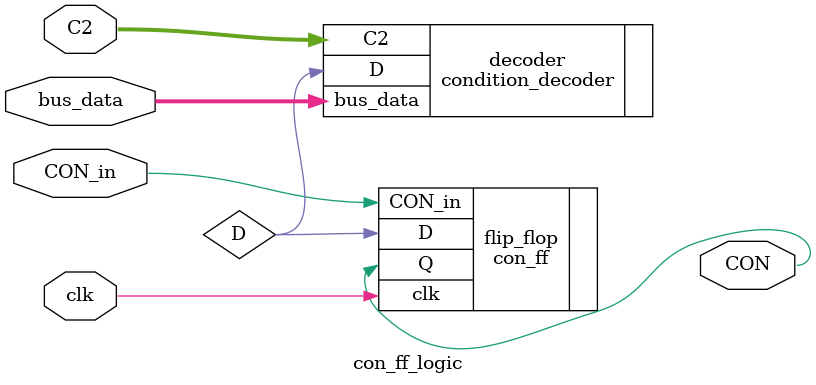
<source format=v>
module con_ff_logic(
    input wire clk,
    input wire [1:0] C2,         // extracted from IR[20:19]
	 input wire CON_in,
    input wire [31:0] bus_data,       
    output wire CON              
);

    wire D;

    // instantiate condition decoder
    condition_decoder decoder (
        .C2(C2),
        .bus_data(bus_data),
        .D(D)
    );

    // instantiate conditional flip-flop
    con_ff flip_flop (
        .clk(clk),
        .D(D),
		  .CON_in(CON_in),
        .Q(CON)
    );

endmodule

</source>
